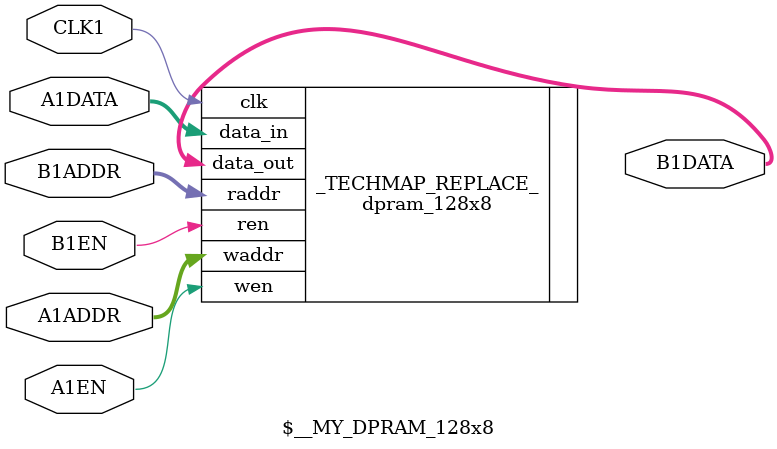
<source format=v>
module $__MY_DPRAM_128x8 (
  output [0:7] B1DATA,
  input CLK1,
  input [0:6] B1ADDR,
  input [0:6] A1ADDR,
  input [0:7] A1DATA,
  input A1EN,
  input B1EN );

  generate
    dpram_128x8 #() _TECHMAP_REPLACE_ (
      .clk    (CLK1),
      .wen    (A1EN),
      .waddr    (A1ADDR),
      .data_in    (A1DATA),
      .ren    (B1EN),
      .raddr    (B1ADDR),
      .data_out    (B1DATA) );
  endgenerate

endmodule

</source>
